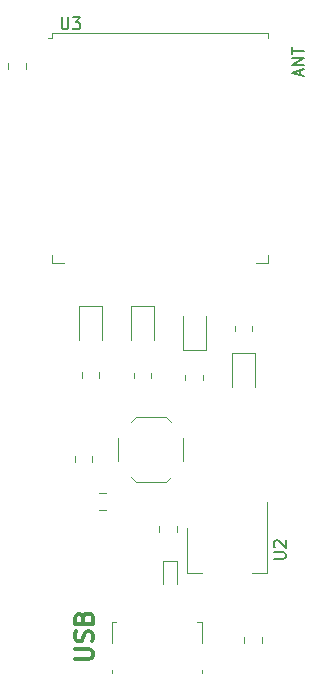
<source format=gbr>
%TF.GenerationSoftware,KiCad,Pcbnew,7.0.2*%
%TF.CreationDate,2023-08-23T23:39:57+05:30*%
%TF.ProjectId,esp32_dev_board,65737033-325f-4646-9576-5f626f617264,rev?*%
%TF.SameCoordinates,Original*%
%TF.FileFunction,Legend,Top*%
%TF.FilePolarity,Positive*%
%FSLAX46Y46*%
G04 Gerber Fmt 4.6, Leading zero omitted, Abs format (unit mm)*
G04 Created by KiCad (PCBNEW 7.0.2) date 2023-08-23 23:39:57*
%MOMM*%
%LPD*%
G01*
G04 APERTURE LIST*
%ADD10C,0.150000*%
%ADD11C,0.300000*%
%ADD12C,0.120000*%
G04 APERTURE END LIST*
D10*
X123991904Y-72009523D02*
X123991904Y-71533333D01*
X124277619Y-72104761D02*
X123277619Y-71771428D01*
X123277619Y-71771428D02*
X124277619Y-71438095D01*
X124277619Y-71104761D02*
X123277619Y-71104761D01*
X123277619Y-71104761D02*
X124277619Y-70533333D01*
X124277619Y-70533333D02*
X123277619Y-70533333D01*
X123277619Y-70199999D02*
X123277619Y-69628571D01*
X124277619Y-69914285D02*
X123277619Y-69914285D01*
D11*
X104916428Y-121442857D02*
X106130714Y-121442857D01*
X106130714Y-121442857D02*
X106273571Y-121371428D01*
X106273571Y-121371428D02*
X106345000Y-121300000D01*
X106345000Y-121300000D02*
X106416428Y-121157142D01*
X106416428Y-121157142D02*
X106416428Y-120871428D01*
X106416428Y-120871428D02*
X106345000Y-120728571D01*
X106345000Y-120728571D02*
X106273571Y-120657142D01*
X106273571Y-120657142D02*
X106130714Y-120585714D01*
X106130714Y-120585714D02*
X104916428Y-120585714D01*
X106345000Y-119942856D02*
X106416428Y-119728571D01*
X106416428Y-119728571D02*
X106416428Y-119371428D01*
X106416428Y-119371428D02*
X106345000Y-119228571D01*
X106345000Y-119228571D02*
X106273571Y-119157142D01*
X106273571Y-119157142D02*
X106130714Y-119085713D01*
X106130714Y-119085713D02*
X105987857Y-119085713D01*
X105987857Y-119085713D02*
X105845000Y-119157142D01*
X105845000Y-119157142D02*
X105773571Y-119228571D01*
X105773571Y-119228571D02*
X105702142Y-119371428D01*
X105702142Y-119371428D02*
X105630714Y-119657142D01*
X105630714Y-119657142D02*
X105559285Y-119799999D01*
X105559285Y-119799999D02*
X105487857Y-119871428D01*
X105487857Y-119871428D02*
X105345000Y-119942856D01*
X105345000Y-119942856D02*
X105202142Y-119942856D01*
X105202142Y-119942856D02*
X105059285Y-119871428D01*
X105059285Y-119871428D02*
X104987857Y-119799999D01*
X104987857Y-119799999D02*
X104916428Y-119657142D01*
X104916428Y-119657142D02*
X104916428Y-119299999D01*
X104916428Y-119299999D02*
X104987857Y-119085713D01*
X105630714Y-117942857D02*
X105702142Y-117728571D01*
X105702142Y-117728571D02*
X105773571Y-117657142D01*
X105773571Y-117657142D02*
X105916428Y-117585714D01*
X105916428Y-117585714D02*
X106130714Y-117585714D01*
X106130714Y-117585714D02*
X106273571Y-117657142D01*
X106273571Y-117657142D02*
X106345000Y-117728571D01*
X106345000Y-117728571D02*
X106416428Y-117871428D01*
X106416428Y-117871428D02*
X106416428Y-118442857D01*
X106416428Y-118442857D02*
X104916428Y-118442857D01*
X104916428Y-118442857D02*
X104916428Y-117942857D01*
X104916428Y-117942857D02*
X104987857Y-117800000D01*
X104987857Y-117800000D02*
X105059285Y-117728571D01*
X105059285Y-117728571D02*
X105202142Y-117657142D01*
X105202142Y-117657142D02*
X105345000Y-117657142D01*
X105345000Y-117657142D02*
X105487857Y-117728571D01*
X105487857Y-117728571D02*
X105559285Y-117800000D01*
X105559285Y-117800000D02*
X105630714Y-117942857D01*
X105630714Y-117942857D02*
X105630714Y-118442857D01*
D10*
%TO.C,U3*%
X103793095Y-67112619D02*
X103793095Y-67922142D01*
X103793095Y-67922142D02*
X103840714Y-68017380D01*
X103840714Y-68017380D02*
X103888333Y-68065000D01*
X103888333Y-68065000D02*
X103983571Y-68112619D01*
X103983571Y-68112619D02*
X104174047Y-68112619D01*
X104174047Y-68112619D02*
X104269285Y-68065000D01*
X104269285Y-68065000D02*
X104316904Y-68017380D01*
X104316904Y-68017380D02*
X104364523Y-67922142D01*
X104364523Y-67922142D02*
X104364523Y-67112619D01*
X104745476Y-67112619D02*
X105364523Y-67112619D01*
X105364523Y-67112619D02*
X105031190Y-67493571D01*
X105031190Y-67493571D02*
X105174047Y-67493571D01*
X105174047Y-67493571D02*
X105269285Y-67541190D01*
X105269285Y-67541190D02*
X105316904Y-67588809D01*
X105316904Y-67588809D02*
X105364523Y-67684047D01*
X105364523Y-67684047D02*
X105364523Y-67922142D01*
X105364523Y-67922142D02*
X105316904Y-68017380D01*
X105316904Y-68017380D02*
X105269285Y-68065000D01*
X105269285Y-68065000D02*
X105174047Y-68112619D01*
X105174047Y-68112619D02*
X104888333Y-68112619D01*
X104888333Y-68112619D02*
X104793095Y-68065000D01*
X104793095Y-68065000D02*
X104745476Y-68017380D01*
%TO.C,U2*%
X121762619Y-112961904D02*
X122572142Y-112961904D01*
X122572142Y-112961904D02*
X122667380Y-112914285D01*
X122667380Y-112914285D02*
X122715000Y-112866666D01*
X122715000Y-112866666D02*
X122762619Y-112771428D01*
X122762619Y-112771428D02*
X122762619Y-112580952D01*
X122762619Y-112580952D02*
X122715000Y-112485714D01*
X122715000Y-112485714D02*
X122667380Y-112438095D01*
X122667380Y-112438095D02*
X122572142Y-112390476D01*
X122572142Y-112390476D02*
X121762619Y-112390476D01*
X121857857Y-111961904D02*
X121810238Y-111914285D01*
X121810238Y-111914285D02*
X121762619Y-111819047D01*
X121762619Y-111819047D02*
X121762619Y-111580952D01*
X121762619Y-111580952D02*
X121810238Y-111485714D01*
X121810238Y-111485714D02*
X121857857Y-111438095D01*
X121857857Y-111438095D02*
X121953095Y-111390476D01*
X121953095Y-111390476D02*
X122048333Y-111390476D01*
X122048333Y-111390476D02*
X122191190Y-111438095D01*
X122191190Y-111438095D02*
X122762619Y-112009523D01*
X122762619Y-112009523D02*
X122762619Y-111390476D01*
D12*
%TO.C,SW1*%
X108600000Y-102700000D02*
X108600000Y-104700000D01*
X109650000Y-101400000D02*
X110100000Y-100950000D01*
X109650000Y-106000000D02*
X110100000Y-106450000D01*
X110100000Y-100950000D02*
X112600000Y-100950000D01*
X110100000Y-106450000D02*
X112600000Y-106450000D01*
X113050000Y-101400000D02*
X112600000Y-100950000D01*
X113050000Y-106000000D02*
X112600000Y-106450000D01*
X114100000Y-102700000D02*
X114100000Y-104700000D01*
%TO.C,C4*%
X120735000Y-119576248D02*
X120735000Y-120098752D01*
X119265000Y-119576248D02*
X119265000Y-120098752D01*
%TO.C,C2*%
X107511252Y-108835000D02*
X106988748Y-108835000D01*
X107511252Y-107365000D02*
X106988748Y-107365000D01*
%TO.C,R1*%
X106960000Y-97147936D02*
X106960000Y-97602064D01*
X105490000Y-97147936D02*
X105490000Y-97602064D01*
%TO.C,D5*%
X114065000Y-95260000D02*
X115985000Y-95260000D01*
X115985000Y-95260000D02*
X115985000Y-92400000D01*
X114065000Y-92400000D02*
X114065000Y-95260000D01*
%TO.C,D2*%
X111585000Y-91540000D02*
X109665000Y-91540000D01*
X109665000Y-91540000D02*
X109665000Y-94400000D01*
X111585000Y-94400000D02*
X111585000Y-91540000D01*
%TO.C,D1*%
X107185000Y-91540000D02*
X105265000Y-91540000D01*
X105265000Y-91540000D02*
X105265000Y-94400000D01*
X107185000Y-94400000D02*
X107185000Y-91540000D01*
%TO.C,U3*%
X103015000Y-68430000D02*
X103015000Y-68850000D01*
X103015000Y-68430000D02*
X121255000Y-68430000D01*
X103015000Y-68850000D02*
X102635000Y-68850000D01*
X103015000Y-87250000D02*
X103015000Y-87870000D01*
X103015000Y-87870000D02*
X104015000Y-87870000D01*
X121255000Y-68430000D02*
X121255000Y-68850000D01*
X121255000Y-87250000D02*
X121255000Y-87870000D01*
X121255000Y-87870000D02*
X120255000Y-87870000D01*
%TO.C,D4*%
X113600000Y-113140000D02*
X112400000Y-113140000D01*
X113600000Y-115100000D02*
X113600000Y-113140000D01*
X112400000Y-115100000D02*
X112400000Y-113140000D01*
%TO.C,U2*%
X121210000Y-108100000D02*
X121210000Y-114110000D01*
X114390000Y-110350000D02*
X114390000Y-114110000D01*
X121210000Y-114110000D02*
X119950000Y-114110000D01*
X114390000Y-114110000D02*
X115650000Y-114110000D01*
%TO.C,R3*%
X111360000Y-97172936D02*
X111360000Y-97627064D01*
X109890000Y-97172936D02*
X109890000Y-97627064D01*
%TO.C,R4*%
X115735000Y-97372936D02*
X115735000Y-97827064D01*
X114265000Y-97372936D02*
X114265000Y-97827064D01*
%TO.C,J3*%
X108040000Y-118290000D02*
X108420000Y-118290000D01*
X108040000Y-120060000D02*
X108040000Y-118290000D01*
X108040000Y-122600000D02*
X108040000Y-122340000D01*
X115660000Y-118290000D02*
X115280000Y-118290000D01*
X115660000Y-118290000D02*
X115660000Y-120060000D01*
X115660000Y-122340000D02*
X115660000Y-122600000D01*
%TO.C,D6*%
X120160000Y-95540000D02*
X118240000Y-95540000D01*
X118240000Y-95540000D02*
X118240000Y-98400000D01*
X120160000Y-98400000D02*
X120160000Y-95540000D01*
%TO.C,C1*%
X99265000Y-71461252D02*
X99265000Y-70938748D01*
X100735000Y-71461252D02*
X100735000Y-70938748D01*
%TO.C,R2*%
X104915000Y-104727064D02*
X104915000Y-104272936D01*
X106385000Y-104727064D02*
X106385000Y-104272936D01*
%TO.C,C3*%
X113535000Y-110138748D02*
X113535000Y-110661252D01*
X112065000Y-110138748D02*
X112065000Y-110661252D01*
%TO.C,R5*%
X118465000Y-93652064D02*
X118465000Y-93197936D01*
X119935000Y-93652064D02*
X119935000Y-93197936D01*
%TD*%
M02*

</source>
